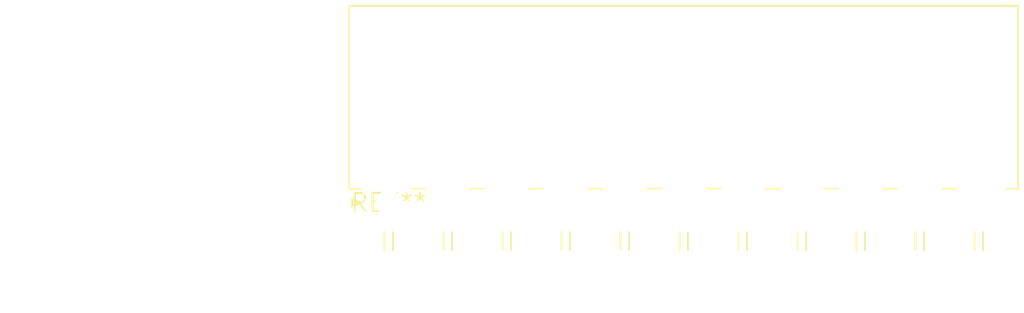
<source format=kicad_pcb>
(kicad_pcb (version 20240108) (generator pcbnew)
  (layers (0 "F.Cu" signal) (31 "B.Cu" signal) (34 "B.Paste" user) (35 "F.Paste" user) (36 "B.SilkS" user "B.Silkscreen") (37 "F.SilkS" user "F.Silkscreen") (38 "B.Mask" user) (39 "F.Mask" user) (44 "Edge.Cuts" user))
  (net 0 "")
  (footprint "Molex_Mini-Fit_Jr_5569-22A2_2x11_P4.20mm_Horizontal" (layer "F.Cu") (at 0 0)
    (property "Reference" "REF**")
    (property "Value" "Molex_Mini-Fit_Jr_5569-22A2_2x11_P4.20mm_Horizontal")
    (fp_line (start -2.81 -14.01) (end 21 -14.01) (layer "F.SilkS") (stroke (width 0.12)))
    (fp_line (start -2.81 -0.99) (end -2.81 -14.01) (layer "F.SilkS") (stroke (width 0.12)))
    (fp_line (start -2.6 -0.3) (end -2 0) (layer "F.SilkS") (stroke (width 0.12)))
    (fp_line (start -2.6 0.3) (end -2.6 -0.3) (layer "F.SilkS") (stroke (width 0.12)))
    (fp_line (start -2 -0.99) (end -2.81 -0.99) (layer "F.SilkS") (stroke (width 0.12)))
    (fp_line (start -2 0) (end -2.6 0.3) (layer "F.SilkS") (stroke (width 0.12)))
    (fp_line (start -0.3 2.11) (end -0.3 3.39) (layer "F.SilkS") (stroke (width 0.12)))
    (fp_line (start 0.3 2.11) (end 0.3 3.39) (layer "F.SilkS") (stroke (width 0.12)))
    (fp_line (start 1.61 -1) (end 2.59 -1) (layer "F.SilkS") (stroke (width 0.12)))
    (fp_line (start 3.9 2.11) (end 3.9 3.39) (layer "F.SilkS") (stroke (width 0.12)))
    (fp_line (start 4.5 2.11) (end 4.5 3.39) (layer "F.SilkS") (stroke (width 0.12)))
    (fp_line (start 5.81 -1) (end 6.79 -1) (layer "F.SilkS") (stroke (width 0.12)))
    (fp_line (start 8.1 2.11) (end 8.1 3.39) (layer "F.SilkS") (stroke (width 0.12)))
    (fp_line (start 8.7 2.11) (end 8.7 3.39) (layer "F.SilkS") (stroke (width 0.12)))
    (fp_line (start 10.01 -1) (end 10.99 -1) (layer "F.SilkS") (stroke (width 0.12)))
    (fp_line (start 12.3 2.11) (end 12.3 3.39) (layer "F.SilkS") (stroke (width 0.12)))
    (fp_line (start 12.9 2.11) (end 12.9 3.39) (layer "F.SilkS") (stroke (width 0.12)))
    (fp_line (start 14.21 -1) (end 15.19 -1) (layer "F.SilkS") (stroke (width 0.12)))
    (fp_line (start 16.5 2.11) (end 16.5 3.39) (layer "F.SilkS") (stroke (width 0.12)))
    (fp_line (start 17.1 2.11) (end 17.1 3.39) (layer "F.SilkS") (stroke (width 0.12)))
    (fp_line (start 18.41 -1) (end 19.39 -1) (layer "F.SilkS") (stroke (width 0.12)))
    (fp_line (start 20.7 2.11) (end 20.7 3.39) (layer "F.SilkS") (stroke (width 0.12)))
    (fp_line (start 21.3 2.11) (end 21.3 3.39) (layer "F.SilkS") (stroke (width 0.12)))
    (fp_line (start 22.61 -1) (end 23.59 -1) (layer "F.SilkS") (stroke (width 0.12)))
    (fp_line (start 24.9 2.11) (end 24.9 3.39) (layer "F.SilkS") (stroke (width 0.12)))
    (fp_line (start 25.5 2.11) (end 25.5 3.39) (layer "F.SilkS") (stroke (width 0.12)))
    (fp_line (start 26.81 -1) (end 27.79 -1) (layer "F.SilkS") (stroke (width 0.12)))
    (fp_line (start 29.1 2.11) (end 29.1 3.39) (layer "F.SilkS") (stroke (width 0.12)))
    (fp_line (start 29.7 2.11) (end 29.7 3.39) (layer "F.SilkS") (stroke (width 0.12)))
    (fp_line (start 31.01 -1) (end 31.99 -1) (layer "F.SilkS") (stroke (width 0.12)))
    (fp_line (start 33.3 2.11) (end 33.3 3.39) (layer "F.SilkS") (stroke (width 0.12)))
    (fp_line (start 33.9 2.11) (end 33.9 3.39) (layer "F.SilkS") (stroke (width 0.12)))
    (fp_line (start 35.21 -1) (end 36.19 -1) (layer "F.SilkS") (stroke (width 0.12)))
    (fp_line (start 37.5 2.11) (end 37.5 3.39) (layer "F.SilkS") (stroke (width 0.12)))
    (fp_line (start 38.1 2.11) (end 38.1 3.39) (layer "F.SilkS") (stroke (width 0.12)))
    (fp_line (start 39.41 -1) (end 40.39 -1) (layer "F.SilkS") (stroke (width 0.12)))
    (fp_line (start 41.7 2.11) (end 41.7 3.39) (layer "F.SilkS") (stroke (width 0.12)))
    (fp_line (start 42.3 2.11) (end 42.3 3.39) (layer "F.SilkS") (stroke (width 0.12)))
    (fp_line (start 44 -0.99) (end 44.81 -0.99) (layer "F.SilkS") (stroke (width 0.12)))
    (fp_line (start 44.81 -14.01) (end 21 -14.01) (layer "F.SilkS") (stroke (width 0.12)))
    (fp_line (start 44.81 -0.99) (end 44.81 -14.01) (layer "F.SilkS") (stroke (width 0.12)))
    (pad "" np_thru_hole circle (at 0 -7.3) (size 3 3) (drill 3) (layers *.Cu *.Mask))
    (pad "" np_thru_hole circle (at 42 -7.3) (size 3 3) (drill 3) (layers *.Cu *.Mask))
    (pad "1" thru_hole roundrect (at 0 0) (size 2.7 3.7) (drill 1.8) (layers *.Cu *.Mask) (remove_unused_layers) (roundrect_rratio 0.092593))
    (pad "2" thru_hole oval (at 4.2 0) (size 2.7 3.7) (drill 1.8) (layers *.Cu *.Mask) (remove_unused_layers))
    (pad "3" thru_hole oval (at 8.4 0) (size 2.7 3.7) (drill 1.8) (layers *.Cu *.Mask) (remove_unused_layers))
    (pad "4" thru_hole oval (at 12.6 0) (size 2.7 3.7) (drill 1.8) (layers *.Cu *.Mask) (remove_unused_layers))
    (pad "5" thru_hole oval (at 16.8 0) (size 2.7 3.7) (drill 1.8) (layers *.Cu *.Mask) (remove_unused_layers))
    (pad "6" thru_hole oval (at 21 0) (size 2.7 3.7) (drill 1.8) (layers *.Cu *.Mask) (remove_unused_layers))
    (pad "7" thru_hole oval (at 25.2 0) (size 2.7 3.7) (drill 1.8) (layers *.Cu *.Mask) (remove_unused_layers))
    (pad "8" thru_hole oval (at 29.4 0) (size 2.7 3.7) (drill 1.8) (layers *.Cu *.Mask) (remove_unused_layers))
    (pad "9" thru_hole oval (at 33.6 0) (size 2.7 3.7) (drill 1.8) (layers *.Cu *.Mask) (remove_unused_layers))
    (pad "10" thru_hole oval (at 37.8 0) (size 2.7 3.7) (drill 1.8) (layers *.Cu *.Mask) (remove_unused_layers))
    (pad "11" thru_hole oval (at 42 0) (size 2.7 3.7) (drill 1.8) (layers *.Cu *.Mask) (remove_unused_layers))
    (pad "12" thru_hole oval (at 0 5.5) (size 2.7 3.7) (drill 1.8) (layers *.Cu *.Mask) (remove_unused_layers))
    (pad "13" thru_hole oval (at 4.2 5.5) (size 2.7 3.7) (drill 1.8) (layers *.Cu *.Mask) (remove_unused_layers))
    (pad "14" thru_hole oval (at 8.4 5.5) (size 2.7 3.7) (drill 1.8) (layers *.Cu *.Mask) (remove_unused_layers))
    (pad "15" thru_hole oval (at 12.6 5.5) (size 2.7 3.7) (drill 1.8) (layers *.Cu *.Mask) (remove_unused_layers))
    (pad "16" thru_hole oval (at 16.8 5.5) (size 2.7 3.7) (drill 1.8) (layers *.Cu *.Mask) (remove_unused_layers))
    (pad "17" thru_hole oval (at 21 5.5) (size 2.7 3.7) (drill 1.8) (layers *.Cu *.Mask) (remove_unused_layers))
    (pad "18" thru_hole oval (at 25.2 5.5) (size 2.7 3.7) (drill 1.8) (layers *.Cu *.Mask) (remove_unused_layers))
    (pad "19" thru_hole oval (at 29.4 5.5) (size 2.7 3.7) (drill 1.8) (layers *.Cu *.Mask) (remove_unused_layers))
    (pad "20" thru_hole oval (at 33.6 5.5) (size 2.7 3.7) (drill 1.8) (layers *.Cu *.Mask) (remove_unused_layers))
    (pad "21" thru_hole oval (at 37.8 5.5) (size 2.7 3.7) (drill 1.8) (layers *.Cu *.Mask) (remove_unused_layers))
    (pad "22" thru_hole oval (at 42 5.5) (size 2.7 3.7) (drill 1.8) (layers *.Cu *.Mask) (remove_unused_layers))
  )
)
</source>
